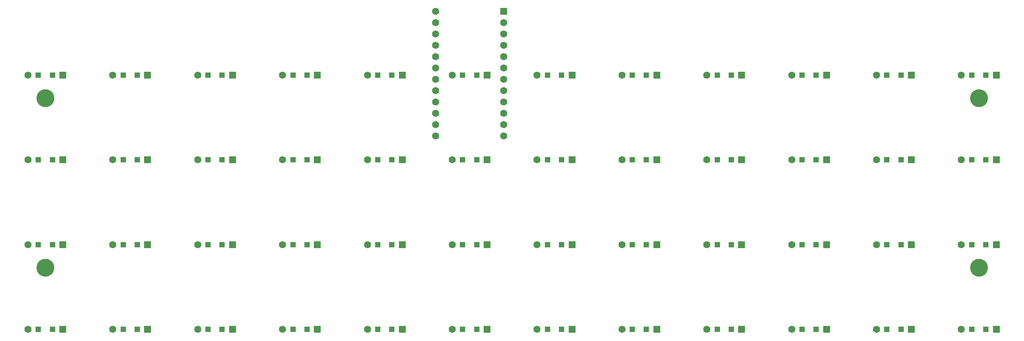
<source format=gbs>
%TF.GenerationSoftware,KiCad,Pcbnew,6.0.3-a3aad9c10e~116~ubuntu21.10.1*%
%TF.CreationDate,2022-03-19T20:14:59+00:00*%
%TF.ProjectId,PCB,5043422e-6b69-4636-9164-5f7063625858,rev?*%
%TF.SameCoordinates,Original*%
%TF.FileFunction,Soldermask,Bot*%
%TF.FilePolarity,Negative*%
%FSLAX46Y46*%
G04 Gerber Fmt 4.6, Leading zero omitted, Abs format (unit mm)*
G04 Created by KiCad (PCBNEW 6.0.3-a3aad9c10e~116~ubuntu21.10.1) date 2022-03-19 20:14:59*
%MOMM*%
%LPD*%
G01*
G04 APERTURE LIST*
%ADD10C,4.000000*%
%ADD11R,1.600000X1.600000*%
%ADD12C,1.600000*%
%ADD13R,1.200000X1.200000*%
G04 APERTURE END LIST*
D10*
%TO.C,HOLE_M3*%
X255020000Y-82440000D03*
%TD*%
%TO.C,HOLE_M3*%
X46020000Y-120440000D03*
%TD*%
%TO.C,HOLE_M3*%
X46020000Y-82440000D03*
%TD*%
%TO.C,HOLE_M3*%
X255020000Y-120440000D03*
%TD*%
D11*
%TO.C,Pro-Micro1*%
X148640000Y-62975000D03*
D12*
X148640000Y-65515000D03*
X148640000Y-68055000D03*
X148640000Y-70595000D03*
X148640000Y-73135000D03*
X148640000Y-75675000D03*
X148640000Y-78215000D03*
X148640000Y-80755000D03*
X148640000Y-83295000D03*
X148640000Y-85835000D03*
X148640000Y-88375000D03*
X148640000Y-90915000D03*
X133400000Y-90915000D03*
X133400000Y-88375000D03*
X133400000Y-85835000D03*
X133400000Y-83295000D03*
X133400000Y-80755000D03*
X133400000Y-78215000D03*
X133400000Y-75675000D03*
X133400000Y-73135000D03*
X133400000Y-70595000D03*
X133400000Y-68055000D03*
X133400000Y-65515000D03*
X133400000Y-62975000D03*
%TD*%
D11*
%TO.C,D39*%
X87920000Y-134240000D03*
D13*
X85595000Y-134240000D03*
X82445000Y-134240000D03*
D12*
X80120000Y-134240000D03*
%TD*%
D13*
%TO.C,D26*%
X66595000Y-115240000D03*
D11*
X68920000Y-115240000D03*
D13*
X63445000Y-115240000D03*
D12*
X61120000Y-115240000D03*
%TD*%
D11*
%TO.C,D11*%
X239920000Y-77240000D03*
D13*
X237595000Y-77240000D03*
D12*
X232120000Y-77240000D03*
D13*
X234445000Y-77240000D03*
%TD*%
D11*
%TO.C,D18*%
X144920000Y-96240000D03*
D13*
X142595000Y-96240000D03*
D12*
X137120000Y-96240000D03*
D13*
X139445000Y-96240000D03*
%TD*%
%TO.C,D10*%
X218595000Y-77240000D03*
D11*
X220920000Y-77240000D03*
D13*
X215445000Y-77240000D03*
D12*
X213120000Y-77240000D03*
%TD*%
D13*
%TO.C,D23*%
X237595000Y-96240000D03*
D11*
X239920000Y-96240000D03*
D12*
X232120000Y-96240000D03*
D13*
X234445000Y-96240000D03*
%TD*%
%TO.C,D28*%
X104595000Y-115240000D03*
D11*
X106920000Y-115240000D03*
D12*
X99120000Y-115240000D03*
D13*
X101445000Y-115240000D03*
%TD*%
%TO.C,D7*%
X161595000Y-77240000D03*
D11*
X163920000Y-77240000D03*
D12*
X156120000Y-77240000D03*
D13*
X158445000Y-77240000D03*
%TD*%
D11*
%TO.C,D37*%
X49920000Y-134240000D03*
D13*
X47595000Y-134240000D03*
X44445000Y-134240000D03*
D12*
X42120000Y-134240000D03*
%TD*%
D13*
%TO.C,D1*%
X47595000Y-77240000D03*
D11*
X49920000Y-77240000D03*
D12*
X42120000Y-77240000D03*
D13*
X44445000Y-77240000D03*
%TD*%
D11*
%TO.C,D48*%
X258920000Y-134240000D03*
D13*
X256595000Y-134240000D03*
D12*
X251120000Y-134240000D03*
D13*
X253445000Y-134240000D03*
%TD*%
D11*
%TO.C,D47*%
X239920000Y-134240000D03*
D13*
X237595000Y-134240000D03*
X234445000Y-134240000D03*
D12*
X232120000Y-134240000D03*
%TD*%
D13*
%TO.C,D21*%
X199595000Y-96240000D03*
D11*
X201920000Y-96240000D03*
D12*
X194120000Y-96240000D03*
D13*
X196445000Y-96240000D03*
%TD*%
D11*
%TO.C,D6*%
X144920000Y-77240000D03*
D13*
X142595000Y-77240000D03*
X139445000Y-77240000D03*
D12*
X137120000Y-77240000D03*
%TD*%
D11*
%TO.C,D31*%
X163920000Y-115240000D03*
D13*
X161595000Y-115240000D03*
X158445000Y-115240000D03*
D12*
X156120000Y-115240000D03*
%TD*%
D11*
%TO.C,D4*%
X106920000Y-77240000D03*
D13*
X104595000Y-77240000D03*
X101445000Y-77240000D03*
D12*
X99120000Y-77240000D03*
%TD*%
D11*
%TO.C,D36*%
X258920000Y-115240000D03*
D13*
X256595000Y-115240000D03*
D12*
X251120000Y-115240000D03*
D13*
X253445000Y-115240000D03*
%TD*%
D11*
%TO.C,D14*%
X68920000Y-96240000D03*
D13*
X66595000Y-96240000D03*
X63445000Y-96240000D03*
D12*
X61120000Y-96240000D03*
%TD*%
D11*
%TO.C,D29*%
X125920000Y-115240000D03*
D13*
X123595000Y-115240000D03*
D12*
X118120000Y-115240000D03*
D13*
X120445000Y-115240000D03*
%TD*%
D11*
%TO.C,D42*%
X144920000Y-134240000D03*
D13*
X142595000Y-134240000D03*
D12*
X137120000Y-134240000D03*
D13*
X139445000Y-134240000D03*
%TD*%
%TO.C,D41*%
X123595000Y-134240000D03*
D11*
X125920000Y-134240000D03*
D12*
X118120000Y-134240000D03*
D13*
X120445000Y-134240000D03*
%TD*%
D11*
%TO.C,D40*%
X106920000Y-134240000D03*
D13*
X104595000Y-134240000D03*
X101445000Y-134240000D03*
D12*
X99120000Y-134240000D03*
%TD*%
D13*
%TO.C,D8*%
X180595000Y-77240000D03*
D11*
X182920000Y-77240000D03*
D13*
X177445000Y-77240000D03*
D12*
X175120000Y-77240000D03*
%TD*%
D13*
%TO.C,D17*%
X123595000Y-96240000D03*
D11*
X125920000Y-96240000D03*
D12*
X118120000Y-96240000D03*
D13*
X120445000Y-96240000D03*
%TD*%
D11*
%TO.C,D2*%
X68920000Y-77240000D03*
D13*
X66595000Y-77240000D03*
X63445000Y-77240000D03*
D12*
X61120000Y-77240000D03*
%TD*%
D13*
%TO.C,D24*%
X256595000Y-96240000D03*
D11*
X258920000Y-96240000D03*
D13*
X253445000Y-96240000D03*
D12*
X251120000Y-96240000D03*
%TD*%
D11*
%TO.C,D9*%
X201920000Y-77240000D03*
D13*
X199595000Y-77240000D03*
D12*
X194120000Y-77240000D03*
D13*
X196445000Y-77240000D03*
%TD*%
D11*
%TO.C,D12*%
X258920000Y-77240000D03*
D13*
X256595000Y-77240000D03*
X253445000Y-77240000D03*
D12*
X251120000Y-77240000D03*
%TD*%
D13*
%TO.C,D13*%
X47595000Y-96240000D03*
D11*
X49920000Y-96240000D03*
D12*
X42120000Y-96240000D03*
D13*
X44445000Y-96240000D03*
%TD*%
%TO.C,D5*%
X123595000Y-77240000D03*
D11*
X125920000Y-77240000D03*
D12*
X118120000Y-77240000D03*
D13*
X120445000Y-77240000D03*
%TD*%
%TO.C,D33*%
X199595000Y-115240000D03*
D11*
X201920000Y-115240000D03*
D13*
X196445000Y-115240000D03*
D12*
X194120000Y-115240000D03*
%TD*%
D13*
%TO.C,D30*%
X142595000Y-115240000D03*
D11*
X144920000Y-115240000D03*
D13*
X139445000Y-115240000D03*
D12*
X137120000Y-115240000D03*
%TD*%
D11*
%TO.C,D27*%
X87920000Y-115240000D03*
D13*
X85595000Y-115240000D03*
X82445000Y-115240000D03*
D12*
X80120000Y-115240000D03*
%TD*%
D13*
%TO.C,D25*%
X47595000Y-115240000D03*
D11*
X49920000Y-115240000D03*
D12*
X42120000Y-115240000D03*
D13*
X44445000Y-115240000D03*
%TD*%
%TO.C,D45*%
X199595000Y-134240000D03*
D11*
X201920000Y-134240000D03*
D12*
X194120000Y-134240000D03*
D13*
X196445000Y-134240000D03*
%TD*%
D11*
%TO.C,D20*%
X182920000Y-96240000D03*
D13*
X180595000Y-96240000D03*
X177445000Y-96240000D03*
D12*
X175120000Y-96240000D03*
%TD*%
D13*
%TO.C,D38*%
X66595000Y-134240000D03*
D11*
X68920000Y-134240000D03*
D12*
X61120000Y-134240000D03*
D13*
X63445000Y-134240000D03*
%TD*%
D11*
%TO.C,D43*%
X163920000Y-134240000D03*
D13*
X161595000Y-134240000D03*
X158445000Y-134240000D03*
D12*
X156120000Y-134240000D03*
%TD*%
D11*
%TO.C,D44*%
X182920000Y-134240000D03*
D13*
X180595000Y-134240000D03*
D12*
X175120000Y-134240000D03*
D13*
X177445000Y-134240000D03*
%TD*%
D11*
%TO.C,D32*%
X182920000Y-115240000D03*
D13*
X180595000Y-115240000D03*
X177445000Y-115240000D03*
D12*
X175120000Y-115240000D03*
%TD*%
D11*
%TO.C,D22*%
X220920000Y-96240000D03*
D13*
X218595000Y-96240000D03*
X215445000Y-96240000D03*
D12*
X213120000Y-96240000D03*
%TD*%
D11*
%TO.C,D3*%
X87920000Y-77240000D03*
D13*
X85595000Y-77240000D03*
D12*
X80120000Y-77240000D03*
D13*
X82445000Y-77240000D03*
%TD*%
%TO.C,D15*%
X85595000Y-96240000D03*
D11*
X87920000Y-96240000D03*
D13*
X82445000Y-96240000D03*
D12*
X80120000Y-96240000D03*
%TD*%
D11*
%TO.C,D46*%
X220920000Y-134240000D03*
D13*
X218595000Y-134240000D03*
X215445000Y-134240000D03*
D12*
X213120000Y-134240000D03*
%TD*%
D11*
%TO.C,D16*%
X106920000Y-96240000D03*
D13*
X104595000Y-96240000D03*
X101445000Y-96240000D03*
D12*
X99120000Y-96240000D03*
%TD*%
D13*
%TO.C,D35*%
X237595000Y-115240000D03*
D11*
X239920000Y-115240000D03*
D13*
X234445000Y-115240000D03*
D12*
X232120000Y-115240000D03*
%TD*%
D11*
%TO.C,D34*%
X220920000Y-115240000D03*
D13*
X218595000Y-115240000D03*
D12*
X213120000Y-115240000D03*
D13*
X215445000Y-115240000D03*
%TD*%
%TO.C,D19*%
X161595000Y-96240000D03*
D11*
X163920000Y-96240000D03*
D13*
X158445000Y-96240000D03*
D12*
X156120000Y-96240000D03*
%TD*%
M02*

</source>
